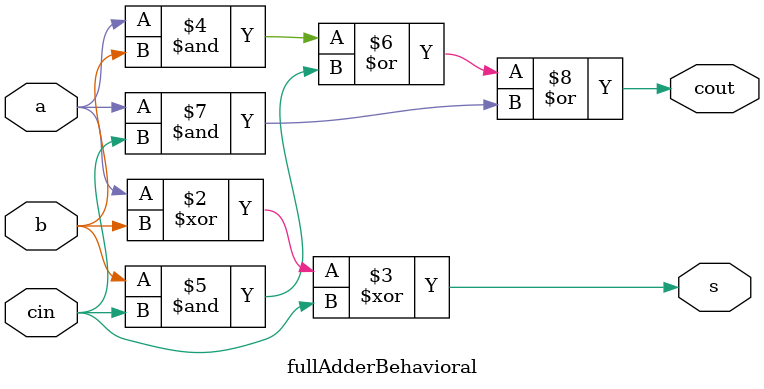
<source format=v>
module fullAdderBehavioral(s,cout,a,b,cin);
  input a,b,cin;
  output reg s,cout;
  always @ (*)
    begin
      s= a^b^cin;
      cout = (a&b) | (b&cin) | (a&cin);
    end
endmodule
</source>
